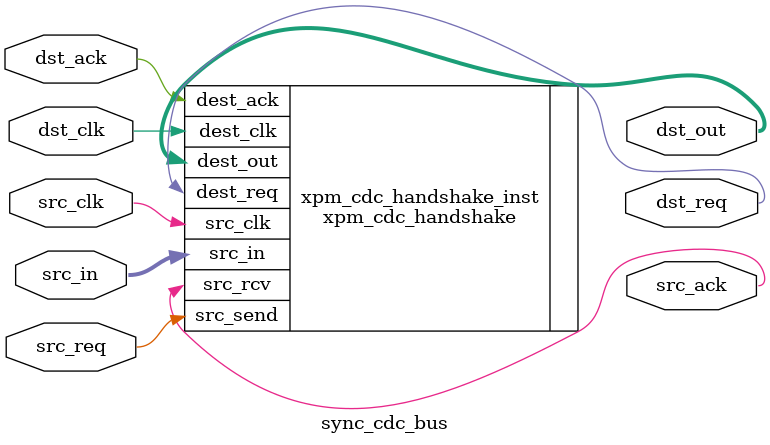
<source format=v>
/* 
 * ----------------------------------------------------------------------------
 *  Project:  OpenHBMC
 *  Filename: sync_cdc_bus.v
 *  Purpose:  Bus synchronizer with full handshake.
 * ----------------------------------------------------------------------------
 *  Copyright © 2020, Vaagn Oganesyan <ovgn@protonmail.com>
 *  
 *  Licensed under the Apache License, Version 2.0 (the "License");
 *  you may not use this file except in compliance with the License.
 *  You may obtain a copy of the License at
 *  
 *      http://www.apache.org/licenses/LICENSE-2.0
 *  
 *  Unless required by applicable law or agreed to in writing, software
 *  distributed under the License is distributed on an "AS IS" BASIS,
 *  WITHOUT WARRANTIES OR CONDITIONS OF ANY KIND, either express or implied.
 *  See the License for the specific language governing permissions and
 * ----------------------------------------------------------------------------
 */


`default_nettype none
`timescale 1ps / 1ps


module sync_cdc_bus #
(
    parameter integer C_SYNC_STAGES = 3,
    parameter integer C_SYNC_WIDTH  = 8
)
(
    input   wire                            src_clk,
    input   wire    [C_SYNC_WIDTH - 1 : 0]  src_in,
    input   wire                            src_req,
    output  wire                            src_ack,

    input   wire                            dst_clk,
    output  wire    [C_SYNC_WIDTH - 1 : 0]  dst_out,
    output  wire                            dst_req,
    input   wire                            dst_ack
);

    xpm_cdc_handshake #
    (
        .DEST_EXT_HSK   ( 1             ),  // DECIMAL; 0 = internal handshake, 1 = external handshake
        .DEST_SYNC_FF   ( C_SYNC_STAGES ),  // DECIMAL; range: 2-10
        .INIT_SYNC_FF   ( 0             ),  // DECIMAL; 0 = disable simulation init values, 1 = enable simulation init values
        .SIM_ASSERT_CHK ( 0             ),  // DECIMAL; 0 = disable simulation messages, 1 = enable simulation messages
        .SRC_SYNC_FF    ( C_SYNC_STAGES ),  // DECIMAL; range: 2-10
        .WIDTH          ( C_SYNC_WIDTH  )   // DECIMAL; range: 1-1024
    )
    xpm_cdc_handshake_inst
    (
        .src_clk    ( src_clk   ),  // 1-bit input: Source clock.
        .dest_clk   ( dst_clk   ),  // 1-bit input: Destination clock.
        
        .src_in     ( src_in    ),  // WIDTH-bit input: Input bus that will be synchronized to the destination clock domain.
        .dest_out   ( dst_out   ),  // WIDTH-bit output: Input bus (src_in) synchronized to destination clock domain. This output is registered.
        
        .src_send   ( src_req   ),  // 1-bit input: Assertion of this signal allows the src_in bus to be synchronized to
                                    // the destination clock domain. This signal should only be asserted when src_rcv is
                                    // deasserted, indicating that the previous data transfer is complete. This signal
                                    // should only be deasserted once src_rcv is asserted, acknowledging that the src_in
                                    // has been received by the destination logic.
        
       .dest_req    ( dst_req   ),  // 1-bit output: Assertion of this signal indicates that new dest_out data has been
                                    // received and is ready to be used or captured by the destination logic. When
                                    // DEST_EXT_HSK = 1, this signal will deassert once the source handshake
                                    // acknowledges that the destination clock domain has received the transferred data.
                                    // When DEST_EXT_HSK = 0, this signal asserts for one clock period when dest_out bus
                                    // is valid. This output is registered.
        
       .src_rcv     ( src_ack   ),  // 1-bit output: Acknowledgement from destination logic that src_in has been
                                    // received. This signal will be deasserted once destination handshake has fully
                                    // completed, thus completing a full data transfer. This output is registered.
        
       .dest_ack    ( dst_ack   )   // 1-bit input: optional; required when DEST_EXT_HSK = 1
    );
    
endmodule

/*----------------------------------------------------------------------------------------------------------------------------*/

`default_nettype wire

</source>
